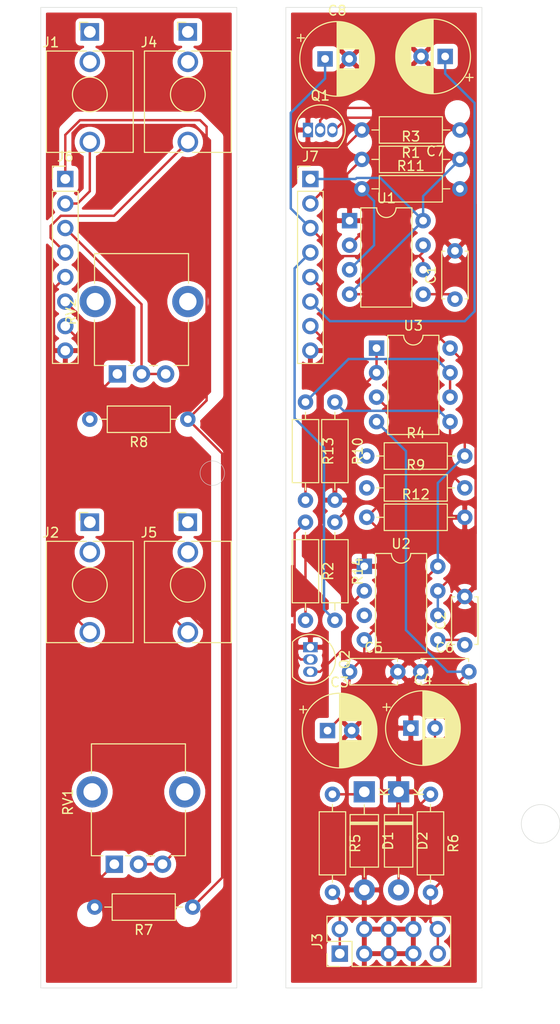
<source format=kicad_pcb>
(kicad_pcb (version 20171130) (host pcbnew 5.1.6-1.fc31)
  (layers (0 F.Cu signal) (31 B.Cu signal) (34 B.Paste user) (35 F.Paste user) (36 B.SilkS user) (37 F.SilkS user) (38 B.Mask user) (39 F.Mask user) (44 Edge.Cuts user))
  (net 0 "")
  (net 1 GND)
  (net 2 "Net-(C1-Pad1)")
  (net 3 "Net-(C2-Pad1)")
  (net 4 +12V)
  (net 5 -12V)
  (net 6 "Net-(D1-Pad1)")
  (net 7 "Net-(D2-Pad2)")
  (net 8 "Net-(J1-PadS)")
  (net 9 "Net-(J2-PadS)")
  (net 10 "Net-(J4-PadS)")
  (net 11 "Net-(J5-PadS)")
  (net 12 "Net-(Q1-Pad3)")
  (net 13 "Net-(Q1-Pad2)")
  (net 14 "Net-(Q2-Pad3)")
  (net 15 "Net-(Q2-Pad2)")
  (net 16 "Net-(R7-Pad2)")
  (net 17 "Net-(R8-Pad2)")
  (net 18 "Net-(R10-Pad1)")
  (net 19 "Net-(R9-Pad1)")
  (net 20 "Net-(R11-Pad2)")
  (net 21 "Net-(R11-Pad1)")
  (net 22 "Net-(R13-Pad1)")
  (net 23 "Net-(R14-Pad1)")
  (net 24 V2)
  (net 25 V1)
  (net 26 T1)
  (net 27 T2)
  (net 28 G1)
  (net 29 G2)
  (module Connector_PinHeader_2.54mm:PinHeader_2x05_P2.54mm_Vertical (layer F.Cu) (at 107.188 123.444 90)
    (fp_text reference J3 (at 1.27 -2.33 90) (layer F.SilkS))
    (fp_text value Conn_02x05_Odd_Even)
    (pad 10 thru_hole oval (at 2.54 10.16 90) (size 1.7 1.7) (drill 1) (layers *.Cu *.Mask) (net 5 -12V))
    (pad 9 thru_hole oval (at 0 10.16 90) (size 1.7 1.7) (drill 1) (layers *.Cu *.Mask) (net 5 -12V))
    (pad 8 thru_hole oval (at 2.54 7.62 90) (size 1.7 1.7) (drill 1) (layers *.Cu *.Mask) (net 1 GND))
    (pad 7 thru_hole oval (at 0 7.62 90) (size 1.7 1.7) (drill 1) (layers *.Cu *.Mask) (net 1 GND))
    (pad 6 thru_hole oval (at 2.54 5.08 90) (size 1.7 1.7) (drill 1) (layers *.Cu *.Mask) (net 1 GND))
    (pad 5 thru_hole oval (at 0 5.08 90) (size 1.7 1.7) (drill 1) (layers *.Cu *.Mask) (net 1 GND))
    (pad 4 thru_hole oval (at 2.54 2.54 90) (size 1.7 1.7) (drill 1) (layers *.Cu *.Mask) (net 1 GND))
    (pad 3 thru_hole oval (at 0 2.54 90) (size 1.7 1.7) (drill 1) (layers *.Cu *.Mask) (net 1 GND))
    (pad 2 thru_hole oval (at 2.54 0 90) (size 1.7 1.7) (drill 1) (layers *.Cu *.Mask) (net 4 +12V))
    (pad 1 thru_hole rect (at 0 0 90) (size 1.7 1.7) (drill 1) (layers *.Cu *.Mask) (net 4 +12V))
  )
  (module Connector_PinHeader_2.54mm:PinHeader_1x08_P2.54mm_Vertical (layer F.Cu) (at 104.14 43.18)
    (fp_text reference J7 (at 0 -2.33) (layer F.SilkS))
    (fp_text value Conn_01x08_Male)
    (pad 8 thru_hole oval (at 0 17.78) (size 1.7 1.7) (drill 1) (layers *.Cu *.Mask) (net 1 GND))
    (pad 7 thru_hole oval (at 0 15.24) (size 1.7 1.7) (drill 1) (layers *.Cu *.Mask) (net 29 G2))
    (pad 6 thru_hole oval (at 0 12.7) (size 1.7 1.7) (drill 1) (layers *.Cu *.Mask) (net 24 V2))
    (pad 5 thru_hole oval (at 0 10.16) (size 1.7 1.7) (drill 1) (layers *.Cu *.Mask) (net 27 T2))
    (pad 4 thru_hole oval (at 0 7.62) (size 1.7 1.7) (drill 1) (layers *.Cu *.Mask) (net 28 G1))
    (pad 3 thru_hole oval (at 0 5.08) (size 1.7 1.7) (drill 1) (layers *.Cu *.Mask) (net 25 V1))
    (pad 2 thru_hole oval (at 0 2.54) (size 1.7 1.7) (drill 1) (layers *.Cu *.Mask) (net 26 T1))
    (pad 1 thru_hole rect (at 0 0) (size 1.7 1.7) (drill 1) (layers *.Cu *.Mask) (net 4 +12V))
  )
  (module Connector_PinHeader_2.54mm:PinHeader_1x08_P2.54mm_Vertical (layer F.Cu) (at 78.74 43.18)
    (fp_text reference J6 (at 0 -2.33) (layer F.SilkS))
    (fp_text value Conn_01x08_Male)
    (pad 8 thru_hole oval (at 0 17.78) (size 1.7 1.7) (drill 1) (layers *.Cu *.Mask) (net 1 GND))
    (pad 7 thru_hole oval (at 0 15.24) (size 1.7 1.7) (drill 1) (layers *.Cu *.Mask) (net 29 G2))
    (pad 6 thru_hole oval (at 0 12.7) (size 1.7 1.7) (drill 1) (layers *.Cu *.Mask) (net 24 V2))
    (pad 5 thru_hole oval (at 0 10.16) (size 1.7 1.7) (drill 1) (layers *.Cu *.Mask) (net 27 T2))
    (pad 4 thru_hole oval (at 0 7.62) (size 1.7 1.7) (drill 1) (layers *.Cu *.Mask) (net 28 G1))
    (pad 3 thru_hole oval (at 0 5.08) (size 1.7 1.7) (drill 1) (layers *.Cu *.Mask) (net 25 V1))
    (pad 2 thru_hole oval (at 0 2.54) (size 1.7 1.7) (drill 1) (layers *.Cu *.Mask) (net 26 T1))
    (pad 1 thru_hole rect (at 0 0) (size 1.7 1.7) (drill 1) (layers *.Cu *.Mask) (net 4 +12V))
  )
  (module Package_DIP:DIP-8_W7.62mm (layer F.Cu) (at 110.998 60.706)
    (fp_text reference U3 (at 3.81 -2.33) (layer F.SilkS))
    (fp_text value TL072)
    (pad 8 thru_hole oval (at 7.62 0) (size 1.6 1.6) (drill 0.8) (layers *.Cu *.Mask) (net 4 +12V))
    (pad 4 thru_hole oval (at 0 7.62) (size 1.6 1.6) (drill 0.8) (layers *.Cu *.Mask) (net 5 -12V))
    (pad 7 thru_hole oval (at 7.62 2.54) (size 1.6 1.6) (drill 0.8) (layers *.Cu *.Mask) (net 22 "Net-(R13-Pad1)"))
    (pad 3 thru_hole oval (at 0 5.08) (size 1.6 1.6) (drill 0.8) (layers *.Cu *.Mask) (net 20 "Net-(R11-Pad2)"))
    (pad 6 thru_hole oval (at 7.62 5.08) (size 1.6 1.6) (drill 0.8) (layers *.Cu *.Mask) (net 22 "Net-(R13-Pad1)"))
    (pad 2 thru_hole oval (at 0 2.54) (size 1.6 1.6) (drill 0.8) (layers *.Cu *.Mask) (net 23 "Net-(R14-Pad1)"))
    (pad 5 thru_hole oval (at 7.62 7.62) (size 1.6 1.6) (drill 0.8) (layers *.Cu *.Mask) (net 18 "Net-(R10-Pad1)"))
    (pad 1 thru_hole rect (at 0 0) (size 1.6 1.6) (drill 0.8) (layers *.Cu *.Mask) (net 23 "Net-(R14-Pad1)"))
  )
  (module Package_DIP:DIP-8_W7.62mm (layer F.Cu) (at 109.728 83.312)
    (fp_text reference U2 (at 3.81 -2.33) (layer F.SilkS))
    (fp_text value NE555P)
    (pad 8 thru_hole oval (at 7.62 0) (size 1.6 1.6) (drill 0.8) (layers *.Cu *.Mask) (net 4 +12V))
    (pad 4 thru_hole oval (at 0 7.62) (size 1.6 1.6) (drill 0.8) (layers *.Cu *.Mask) (net 4 +12V))
    (pad 7 thru_hole oval (at 7.62 2.54) (size 1.6 1.6) (drill 0.8) (layers *.Cu *.Mask) (net 24 V2))
    (pad 3 thru_hole oval (at 0 5.08) (size 1.6 1.6) (drill 0.8) (layers *.Cu *.Mask) (net 19 "Net-(R9-Pad1)"))
    (pad 6 thru_hole oval (at 7.62 5.08) (size 1.6 1.6) (drill 0.8) (layers *.Cu *.Mask) (net 24 V2))
    (pad 2 thru_hole oval (at 0 2.54) (size 1.6 1.6) (drill 0.8) (layers *.Cu *.Mask) (net 14 "Net-(Q2-Pad3)"))
    (pad 5 thru_hole oval (at 7.62 7.62) (size 1.6 1.6) (drill 0.8) (layers *.Cu *.Mask) (net 3 "Net-(C2-Pad1)"))
    (pad 1 thru_hole rect (at 0 0) (size 1.6 1.6) (drill 0.8) (layers *.Cu *.Mask) (net 1 GND))
  )
  (module Package_DIP:DIP-8_W7.62mm (layer F.Cu) (at 108.204 47.498)
    (fp_text reference U1 (at 3.81 -2.33) (layer F.SilkS))
    (fp_text value NE555P)
    (pad 8 thru_hole oval (at 7.62 0) (size 1.6 1.6) (drill 0.8) (layers *.Cu *.Mask) (net 4 +12V))
    (pad 4 thru_hole oval (at 0 7.62) (size 1.6 1.6) (drill 0.8) (layers *.Cu *.Mask) (net 4 +12V))
    (pad 7 thru_hole oval (at 7.62 2.54) (size 1.6 1.6) (drill 0.8) (layers *.Cu *.Mask) (net 25 V1))
    (pad 3 thru_hole oval (at 0 5.08) (size 1.6 1.6) (drill 0.8) (layers *.Cu *.Mask) (net 21 "Net-(R11-Pad1)"))
    (pad 6 thru_hole oval (at 7.62 5.08) (size 1.6 1.6) (drill 0.8) (layers *.Cu *.Mask) (net 25 V1))
    (pad 2 thru_hole oval (at 0 2.54) (size 1.6 1.6) (drill 0.8) (layers *.Cu *.Mask) (net 12 "Net-(Q1-Pad3)"))
    (pad 5 thru_hole oval (at 7.62 7.62) (size 1.6 1.6) (drill 0.8) (layers *.Cu *.Mask) (net 2 "Net-(C1-Pad1)"))
    (pad 1 thru_hole rect (at 0 0) (size 1.6 1.6) (drill 0.8) (layers *.Cu *.Mask) (net 1 GND))
  )
  (module Potentiometer_THT:Potentiometer_Alpha_RD901F-40-00D_Single_Vertical_CircularHoles (layer F.Cu) (at 84.14 63.38 90)
    (fp_text reference RV2 (at 6.45 -4.8 270) (layer F.SilkS))
    (fp_text value 1M)
    (pad "" thru_hole circle (at 7.5 -2.3 180) (size 3.24 3.24) (drill 1.8) (layers *.Cu *.Mask))
    (pad "" thru_hole circle (at 7.5 7.3 180) (size 3.24 3.24) (drill 1.8) (layers *.Cu *.Mask))
    (pad 3 thru_hole circle (at 0 5 180) (size 1.8 1.8) (drill 1) (layers *.Cu *.Mask) (net 25 V1))
    (pad 2 thru_hole circle (at 0 2.5 180) (size 1.8 1.8) (drill 1) (layers *.Cu *.Mask) (net 25 V1))
    (pad 1 thru_hole rect (at 0 0 180) (size 1.8 1.8) (drill 1) (layers *.Cu *.Mask) (net 17 "Net-(R8-Pad2)"))
  )
  (module Potentiometer_THT:Potentiometer_Alpha_RD901F-40-00D_Single_Vertical_CircularHoles (layer F.Cu) (at 83.82 114.18 90)
    (fp_text reference RV1 (at 6.45 -4.8 270) (layer F.SilkS))
    (fp_text value 1M)
    (pad "" thru_hole circle (at 7.5 -2.3 180) (size 3.24 3.24) (drill 1.8) (layers *.Cu *.Mask))
    (pad "" thru_hole circle (at 7.5 7.3 180) (size 3.24 3.24) (drill 1.8) (layers *.Cu *.Mask))
    (pad 3 thru_hole circle (at 0 5 180) (size 1.8 1.8) (drill 1) (layers *.Cu *.Mask) (net 24 V2))
    (pad 2 thru_hole circle (at 0 2.5 180) (size 1.8 1.8) (drill 1) (layers *.Cu *.Mask) (net 24 V2))
    (pad 1 thru_hole rect (at 0 0 180) (size 1.8 1.8) (drill 1) (layers *.Cu *.Mask) (net 16 "Net-(R7-Pad2)"))
  )
  (module Resistor_THT:R_Axial_DIN0207_L6.3mm_D2.5mm_P10.16mm_Horizontal (layer F.Cu) (at 106.68 78.74 270)
    (fp_text reference R14 (at 5.08 -2.37 90) (layer F.SilkS))
    (fp_text value 2K2)
    (pad 2 thru_hole oval (at 10.16 0 270) (size 1.6 1.6) (drill 0.8) (layers *.Cu *.Mask) (net 28 G1))
    (pad 1 thru_hole circle (at 0 0 270) (size 1.6 1.6) (drill 0.8) (layers *.Cu *.Mask) (net 23 "Net-(R14-Pad1)"))
  )
  (module Resistor_THT:R_Axial_DIN0207_L6.3mm_D2.5mm_P10.16mm_Horizontal (layer F.Cu) (at 103.632 66.294 270)
    (fp_text reference R13 (at 5.08 -2.37 90) (layer F.SilkS))
    (fp_text value 2K2)
    (pad 2 thru_hole oval (at 10.16 0 270) (size 1.6 1.6) (drill 0.8) (layers *.Cu *.Mask) (net 29 G2))
    (pad 1 thru_hole circle (at 0 0 270) (size 1.6 1.6) (drill 0.8) (layers *.Cu *.Mask) (net 22 "Net-(R13-Pad1)"))
  )
  (module Resistor_THT:R_Axial_DIN0207_L6.3mm_D2.5mm_P10.16mm_Horizontal (layer F.Cu) (at 109.982 78.232)
    (fp_text reference R12 (at 5.08 -2.37) (layer F.SilkS))
    (fp_text value 100K)
    (pad 2 thru_hole oval (at 10.16 0) (size 1.6 1.6) (drill 0.8) (layers *.Cu *.Mask) (net 1 GND))
    (pad 1 thru_hole circle (at 0 0) (size 1.6 1.6) (drill 0.8) (layers *.Cu *.Mask) (net 20 "Net-(R11-Pad2)"))
  )
  (module Resistor_THT:R_Axial_DIN0207_L6.3mm_D2.5mm_P10.16mm_Horizontal (layer F.Cu) (at 109.474 44.196)
    (fp_text reference R11 (at 5.08 -2.37) (layer F.SilkS))
    (fp_text value 100K)
    (pad 2 thru_hole oval (at 10.16 0) (size 1.6 1.6) (drill 0.8) (layers *.Cu *.Mask) (net 20 "Net-(R11-Pad2)"))
    (pad 1 thru_hole circle (at 0 0) (size 1.6 1.6) (drill 0.8) (layers *.Cu *.Mask) (net 21 "Net-(R11-Pad1)"))
  )
  (module Resistor_THT:R_Axial_DIN0207_L6.3mm_D2.5mm_P10.16mm_Horizontal (layer F.Cu) (at 106.68 66.294 270)
    (fp_text reference R10 (at 5.08 -2.37 90) (layer F.SilkS))
    (fp_text value 100K)
    (pad 2 thru_hole oval (at 10.16 0 270) (size 1.6 1.6) (drill 0.8) (layers *.Cu *.Mask) (net 1 GND))
    (pad 1 thru_hole circle (at 0 0 270) (size 1.6 1.6) (drill 0.8) (layers *.Cu *.Mask) (net 18 "Net-(R10-Pad1)"))
  )
  (module Resistor_THT:R_Axial_DIN0207_L6.3mm_D2.5mm_P10.16mm_Horizontal (layer F.Cu) (at 109.982 75.184)
    (fp_text reference R9 (at 5.08 -2.37) (layer F.SilkS))
    (fp_text value 100K)
    (pad 2 thru_hole oval (at 10.16 0) (size 1.6 1.6) (drill 0.8) (layers *.Cu *.Mask) (net 18 "Net-(R10-Pad1)"))
    (pad 1 thru_hole circle (at 0 0) (size 1.6 1.6) (drill 0.8) (layers *.Cu *.Mask) (net 19 "Net-(R9-Pad1)"))
  )
  (module Resistor_THT:R_Axial_DIN0207_L6.3mm_D2.5mm_P10.16mm_Horizontal (layer F.Cu) (at 91.44 68.072 180)
    (fp_text reference R8 (at 5.08 -2.37) (layer F.SilkS))
    (fp_text value 2K2)
    (pad 2 thru_hole oval (at 10.16 0 180) (size 1.6 1.6) (drill 0.8) (layers *.Cu *.Mask) (net 17 "Net-(R8-Pad2)"))
    (pad 1 thru_hole circle (at 0 0 180) (size 1.6 1.6) (drill 0.8) (layers *.Cu *.Mask) (net 4 +12V))
  )
  (module Resistor_THT:R_Axial_DIN0207_L6.3mm_D2.5mm_P10.16mm_Horizontal (layer F.Cu) (at 91.948 118.618 180)
    (fp_text reference R7 (at 5.08 -2.37) (layer F.SilkS))
    (fp_text value 2K2)
    (pad 2 thru_hole oval (at 10.16 0 180) (size 1.6 1.6) (drill 0.8) (layers *.Cu *.Mask) (net 16 "Net-(R7-Pad2)"))
    (pad 1 thru_hole circle (at 0 0 180) (size 1.6 1.6) (drill 0.8) (layers *.Cu *.Mask) (net 4 +12V))
  )
  (module Resistor_THT:R_Axial_DIN0207_L6.3mm_D2.5mm_P10.16mm_Horizontal (layer F.Cu) (at 116.586 106.934 270)
    (fp_text reference R6 (at 5.08 -2.37 90) (layer F.SilkS))
    (fp_text value 68)
    (pad 2 thru_hole oval (at 10.16 0 270) (size 1.6 1.6) (drill 0.8) (layers *.Cu *.Mask) (net 5 -12V))
    (pad 1 thru_hole circle (at 0 0 270) (size 1.6 1.6) (drill 0.8) (layers *.Cu *.Mask) (net 7 "Net-(D2-Pad2)"))
  )
  (module Resistor_THT:R_Axial_DIN0207_L6.3mm_D2.5mm_P10.16mm_Horizontal (layer F.Cu) (at 106.426 106.934 270)
    (fp_text reference R5 (at 5.08 -2.37 90) (layer F.SilkS))
    (fp_text value 68)
    (pad 2 thru_hole oval (at 10.16 0 270) (size 1.6 1.6) (drill 0.8) (layers *.Cu *.Mask) (net 4 +12V))
    (pad 1 thru_hole circle (at 0 0 270) (size 1.6 1.6) (drill 0.8) (layers *.Cu *.Mask) (net 6 "Net-(D1-Pad1)"))
  )
  (module Resistor_THT:R_Axial_DIN0207_L6.3mm_D2.5mm_P10.16mm_Horizontal (layer F.Cu) (at 109.982 71.882)
    (fp_text reference R4 (at 5.08 -2.37) (layer F.SilkS))
    (fp_text value 100K)
    (pad 2 thru_hole oval (at 10.16 0) (size 1.6 1.6) (drill 0.8) (layers *.Cu *.Mask) (net 4 +12V))
    (pad 1 thru_hole circle (at 0 0) (size 1.6 1.6) (drill 0.8) (layers *.Cu *.Mask) (net 14 "Net-(Q2-Pad3)"))
  )
  (module Resistor_THT:R_Axial_DIN0207_L6.3mm_D2.5mm_P10.16mm_Horizontal (layer F.Cu) (at 109.474 41.148)
    (fp_text reference R3 (at 5.08 -2.37) (layer F.SilkS))
    (fp_text value 100K)
    (pad 2 thru_hole oval (at 10.16 0) (size 1.6 1.6) (drill 0.8) (layers *.Cu *.Mask) (net 4 +12V))
    (pad 1 thru_hole circle (at 0 0) (size 1.6 1.6) (drill 0.8) (layers *.Cu *.Mask) (net 12 "Net-(Q1-Pad3)"))
  )
  (module Resistor_THT:R_Axial_DIN0207_L6.3mm_D2.5mm_P10.16mm_Horizontal (layer F.Cu) (at 103.632 78.74 270)
    (fp_text reference R2 (at 5.08 -2.37 90) (layer F.SilkS))
    (fp_text value 10K)
    (pad 2 thru_hole oval (at 10.16 0 270) (size 1.6 1.6) (drill 0.8) (layers *.Cu *.Mask) (net 27 T2))
    (pad 1 thru_hole circle (at 0 0 270) (size 1.6 1.6) (drill 0.8) (layers *.Cu *.Mask) (net 15 "Net-(Q2-Pad2)"))
  )
  (module Resistor_THT:R_Axial_DIN0207_L6.3mm_D2.5mm_P10.16mm_Horizontal (layer F.Cu) (at 119.634 38.1 180)
    (fp_text reference R1 (at 5.08 -2.37) (layer F.SilkS))
    (fp_text value 10K)
    (pad 2 thru_hole oval (at 10.16 0 180) (size 1.6 1.6) (drill 0.8) (layers *.Cu *.Mask) (net 26 T1))
    (pad 1 thru_hole circle (at 0 0 180) (size 1.6 1.6) (drill 0.8) (layers *.Cu *.Mask) (net 13 "Net-(Q1-Pad2)"))
  )
  (module Package_TO_SOT_THT:TO-92_Inline (layer F.Cu) (at 104.14 91.694 270)
    (fp_text reference Q2 (at 1.27 -3.56 90) (layer F.SilkS))
    (fp_text value 2N3904)
    (pad 1 thru_hole rect (at 0 0 270) (size 1.05 1.5) (drill 0.75) (layers *.Cu *.Mask) (net 1 GND))
    (pad 3 thru_hole oval (at 2.54 0 270) (size 1.05 1.5) (drill 0.75) (layers *.Cu *.Mask) (net 14 "Net-(Q2-Pad3)"))
    (pad 2 thru_hole oval (at 1.27 0 270) (size 1.05 1.5) (drill 0.75) (layers *.Cu *.Mask) (net 15 "Net-(Q2-Pad2)"))
  )
  (module Package_TO_SOT_THT:TO-92_Inline (layer F.Cu) (at 103.886 38.1)
    (fp_text reference Q1 (at 1.27 -3.56) (layer F.SilkS))
    (fp_text value 2N3904)
    (pad 1 thru_hole rect (at 0 0) (size 1.05 1.5) (drill 0.75) (layers *.Cu *.Mask) (net 1 GND))
    (pad 3 thru_hole oval (at 2.54 0) (size 1.05 1.5) (drill 0.75) (layers *.Cu *.Mask) (net 12 "Net-(Q1-Pad3)"))
    (pad 2 thru_hole oval (at 1.27 0) (size 1.05 1.5) (drill 0.75) (layers *.Cu *.Mask) (net 13 "Net-(Q1-Pad2)"))
  )
  (module Connector_Audio:Jack_3.5mm_QingPu_WQP-PJ398SM_Vertical_CircularHoles (layer F.Cu) (at 91.44 78.74)
    (fp_text reference J5 (at -4.03 1.08 180) (layer F.SilkS))
    (fp_text value AudioJack2_Ground)
    (pad T thru_hole circle (at 0 11.4 180) (size 2.13 2.13) (drill 1.43) (layers *.Cu *.Mask) (net 29 G2))
    (pad S thru_hole rect (at 0 0 180) (size 1.93 1.83) (drill 1.22) (layers *.Cu *.Mask) (net 11 "Net-(J5-PadS)"))
    (pad TN thru_hole circle (at 0 3.1 180) (size 2.13 2.13) (drill 1.42) (layers *.Cu *.Mask))
  )
  (module Connector_Audio:Jack_3.5mm_QingPu_WQP-PJ398SM_Vertical_CircularHoles (layer F.Cu) (at 91.44 27.94)
    (fp_text reference J4 (at -4.03 1.08 180) (layer F.SilkS))
    (fp_text value AudioJack2_Ground)
    (pad T thru_hole circle (at 0 11.4 180) (size 2.13 2.13) (drill 1.43) (layers *.Cu *.Mask) (net 28 G1))
    (pad S thru_hole rect (at 0 0 180) (size 1.93 1.83) (drill 1.22) (layers *.Cu *.Mask) (net 10 "Net-(J4-PadS)"))
    (pad TN thru_hole circle (at 0 3.1 180) (size 2.13 2.13) (drill 1.42) (layers *.Cu *.Mask))
  )
  (module Connector_Audio:Jack_3.5mm_QingPu_WQP-PJ398SM_Vertical_CircularHoles (layer F.Cu) (at 81.28 78.74)
    (fp_text reference J2 (at -4.03 1.08 180) (layer F.SilkS))
    (fp_text value AudioJack2_Ground)
    (pad T thru_hole circle (at 0 11.4 180) (size 2.13 2.13) (drill 1.43) (layers *.Cu *.Mask) (net 27 T2))
    (pad S thru_hole rect (at 0 0 180) (size 1.93 1.83) (drill 1.22) (layers *.Cu *.Mask) (net 9 "Net-(J2-PadS)"))
    (pad TN thru_hole circle (at 0 3.1 180) (size 2.13 2.13) (drill 1.42) (layers *.Cu *.Mask))
  )
  (module Connector_Audio:Jack_3.5mm_QingPu_WQP-PJ398SM_Vertical_CircularHoles (layer F.Cu) (at 81.28 27.94)
    (fp_text reference J1 (at -4.03 1.08 180) (layer F.SilkS))
    (fp_text value AudioJack2_Ground)
    (pad T thru_hole circle (at 0 11.4 180) (size 2.13 2.13) (drill 1.43) (layers *.Cu *.Mask) (net 26 T1))
    (pad S thru_hole rect (at 0 0 180) (size 1.93 1.83) (drill 1.22) (layers *.Cu *.Mask) (net 8 "Net-(J1-PadS)"))
    (pad TN thru_hole circle (at 0 3.1 180) (size 2.13 2.13) (drill 1.42) (layers *.Cu *.Mask))
  )
  (module Diode_THT:D_DO-41_SOD81_P10.16mm_Horizontal (layer F.Cu) (at 113.284 106.68 270)
    (fp_text reference D2 (at 5.08 -2.47 90) (layer F.SilkS))
    (fp_text value 1N4001)
    (fp_text user K (at 0 -2.1 90) (layer F.SilkS))
    (pad 2 thru_hole oval (at 10.16 0 270) (size 2.2 2.2) (drill 1.1) (layers *.Cu *.Mask) (net 7 "Net-(D2-Pad2)"))
    (pad 1 thru_hole rect (at 0 0 270) (size 2.2 2.2) (drill 1.1) (layers *.Cu *.Mask) (net 1 GND))
  )
  (module Diode_THT:D_DO-41_SOD81_P10.16mm_Horizontal (layer F.Cu) (at 109.728 106.68 270)
    (fp_text reference D1 (at 5.08 -2.47 90) (layer F.SilkS))
    (fp_text value 1N4001)
    (fp_text user K (at 0 -2.1 90) (layer F.SilkS))
    (pad 2 thru_hole oval (at 10.16 0 270) (size 2.2 2.2) (drill 1.1) (layers *.Cu *.Mask) (net 1 GND))
    (pad 1 thru_hole rect (at 0 0 270) (size 2.2 2.2) (drill 1.1) (layers *.Cu *.Mask) (net 6 "Net-(D1-Pad1)"))
  )
  (module Capacitor_THT:CP_Radial_D7.5mm_P2.50mm (layer F.Cu) (at 105.664 30.734)
    (fp_text reference C8 (at 1.25 -5) (layer F.SilkS))
    (fp_text value 100u)
    (pad 2 thru_hole circle (at 2.5 0) (size 1.6 1.6) (drill 0.8) (layers *.Cu *.Mask) (net 1 GND))
    (pad 1 thru_hole rect (at 0 0) (size 1.6 1.6) (drill 0.8) (layers *.Cu *.Mask) (net 25 V1))
  )
  (module Capacitor_THT:CP_Radial_D7.5mm_P2.50mm (layer F.Cu) (at 118.11 30.48 180)
    (fp_text reference C7 (at 0.996 -9.826) (layer F.SilkS))
    (fp_text value 100u)
    (pad 2 thru_hole circle (at 2.5 0 180) (size 1.6 1.6) (drill 0.8) (layers *.Cu *.Mask) (net 1 GND))
    (pad 1 thru_hole rect (at 0 0 180) (size 1.6 1.6) (drill 0.8) (layers *.Cu *.Mask) (net 24 V2))
  )
  (module Capacitor_THT:C_Disc_D4.7mm_W2.5mm_P5.00mm (layer F.Cu) (at 115.57 94.234)
    (fp_text reference C6 (at 2.5 -2.5) (layer F.SilkS))
    (fp_text value 100n)
    (pad 2 thru_hole circle (at 5 0) (size 1.6 1.6) (drill 0.8) (layers *.Cu *.Mask) (net 5 -12V))
    (pad 1 thru_hole circle (at 0 0) (size 1.6 1.6) (drill 0.8) (layers *.Cu *.Mask) (net 1 GND))
  )
  (module Capacitor_THT:C_Disc_D4.7mm_W2.5mm_P5.00mm (layer F.Cu) (at 108.204 94.234)
    (fp_text reference C5 (at 2.5 -2.5) (layer F.SilkS))
    (fp_text value 100n)
    (pad 2 thru_hole circle (at 5 0) (size 1.6 1.6) (drill 0.8) (layers *.Cu *.Mask) (net 1 GND))
    (pad 1 thru_hole circle (at 0 0) (size 1.6 1.6) (drill 0.8) (layers *.Cu *.Mask) (net 4 +12V))
  )
  (module Capacitor_THT:CP_Radial_D7.5mm_P2.50mm (layer F.Cu) (at 114.554 100.076)
    (fp_text reference C4 (at 1.25 -5) (layer F.SilkS))
    (fp_text value 100u)
    (pad 2 thru_hole circle (at 2.5 0) (size 1.6 1.6) (drill 0.8) (layers *.Cu *.Mask) (net 5 -12V))
    (pad 1 thru_hole rect (at 0 0) (size 1.6 1.6) (drill 0.8) (layers *.Cu *.Mask) (net 1 GND))
  )
  (module Capacitor_THT:CP_Radial_D7.5mm_P2.50mm (layer F.Cu) (at 105.918 100.33)
    (fp_text reference C3 (at 1.25 -5) (layer F.SilkS))
    (fp_text value 100u)
    (pad 2 thru_hole circle (at 2.5 0) (size 1.6 1.6) (drill 0.8) (layers *.Cu *.Mask) (net 1 GND))
    (pad 1 thru_hole rect (at 0 0) (size 1.6 1.6) (drill 0.8) (layers *.Cu *.Mask) (net 4 +12V))
  )
  (module Capacitor_THT:C_Disc_D4.7mm_W2.5mm_P5.00mm (layer F.Cu) (at 120.142 91.44 90)
    (fp_text reference C2 (at 2.5 -2.5 90) (layer F.SilkS))
    (fp_text value 100n)
    (pad 2 thru_hole circle (at 5 0 90) (size 1.6 1.6) (drill 0.8) (layers *.Cu *.Mask) (net 1 GND))
    (pad 1 thru_hole circle (at 0 0 90) (size 1.6 1.6) (drill 0.8) (layers *.Cu *.Mask) (net 3 "Net-(C2-Pad1)"))
  )
  (module Capacitor_THT:C_Disc_D4.7mm_W2.5mm_P5.00mm (layer F.Cu) (at 119.126 55.626 90)
    (fp_text reference C1 (at 2.5 -2.5 90) (layer F.SilkS))
    (fp_text value 100n)
    (pad 2 thru_hole circle (at 5 0 90) (size 1.6 1.6) (drill 0.8) (layers *.Cu *.Mask) (net 1 GND))
    (pad 1 thru_hole circle (at 0 0 90) (size 1.6 1.6) (drill 0.8) (layers *.Cu *.Mask) (net 2 "Net-(C1-Pad1)"))
  )
  (gr_circle (center 128 110) (end 128 108) (layer Edge.Cuts) (width 0.05))
  (gr_line (start 121.92 127) (end 121.92 25.4) (layer Edge.Cuts) (width 0.05))
  (gr_line (start 101.6 127) (end 121.92 127) (layer Edge.Cuts) (width 0.05))
  (gr_line (start 101.6 101.6) (end 101.6 127) (layer Edge.Cuts) (width 0.05))
  (gr_circle (center 93.98 73.66) (end 93.98 72.39) (layer Edge.Cuts) (width 0.05))
  (gr_line (start 121.92 25.4) (end 101.6 25.4) (layer Edge.Cuts) (width 0.05))
  (gr_line (start 101.6 25.4) (end 101.6 101.6) (layer Edge.Cuts) (width 0.05))
  (gr_line (start 96.52 25.4) (end 76.2 25.4) (layer Edge.Cuts) (width 0.05))
  (gr_line (start 96.52 127) (end 96.52 25.4) (layer Edge.Cuts) (width 0.05))
  (gr_line (start 76.2 127) (end 96.52 127) (layer Edge.Cuts) (width 0.05))
  (gr_line (start 76.2 25.4) (end 76.2 127) (layer Edge.Cuts) (width 0.05))
  (segment (start 118.618 55.118) (end 119.126 55.626) (width 0.25) (layer F.Cu) (net 2))
  (segment (start 115.824 55.118) (end 118.618 55.118) (width 0.25) (layer F.Cu) (net 2))
  (segment (start 119.634 90.932) (end 120.142 91.44) (width 0.25) (layer F.Cu) (net 3))
  (segment (start 117.348 90.932) (end 119.634 90.932) (width 0.25) (layer F.Cu) (net 3))
  (segment (start 78.74 43.18) (end 78.74 38.608) (width 0.25) (layer F.Cu) (net 4))
  (segment (start 78.74 38.608) (end 80.264 37.084) (width 0.25) (layer F.Cu) (net 4))
  (segment (start 80.264 37.084) (end 92.71 37.084) (width 0.25) (layer F.Cu) (net 4))
  (segment (start 93.385001 37.759001) (end 93.385001 66.126999) (width 0.25) (layer F.Cu) (net 4))
  (segment (start 93.385001 66.126999) (end 91.44 68.072) (width 0.25) (layer F.Cu) (net 4))
  (segment (start 92.71 37.084) (end 93.385001 37.759001) (width 0.25) (layer F.Cu) (net 4))
  (segment (start 94.996 71.628) (end 91.44 68.072) (width 0.25) (layer F.Cu) (net 4))
  (segment (start 91.948 118.618) (end 94.996 115.57) (width 0.25) (layer F.Cu) (net 4))
  (segment (start 94.996 115.57) (end 94.996 71.628) (width 0.25) (layer F.Cu) (net 4))
  (segment (start 108.204 55.118) (end 115.824 47.498) (width 0.25) (layer B.Cu) (net 4))
  (segment (start 115.824 44.958) (end 119.634 41.148) (width 0.25) (layer B.Cu) (net 4))
  (segment (start 115.824 47.498) (end 115.824 44.958) (width 0.25) (layer B.Cu) (net 4))
  (segment (start 111.396999 43.070999) (end 115.824 47.498) (width 0.25) (layer B.Cu) (net 4))
  (segment (start 108.933999 43.070999) (end 111.396999 43.070999) (width 0.25) (layer B.Cu) (net 4))
  (segment (start 108.824998 43.18) (end 108.933999 43.070999) (width 0.25) (layer B.Cu) (net 4))
  (segment (start 104.14 43.18) (end 108.824998 43.18) (width 0.25) (layer B.Cu) (net 4))
  (segment (start 107.188 123.444) (end 107.188 120.904) (width 0.25) (layer F.Cu) (net 4))
  (segment (start 107.188 117.856) (end 106.426 117.094) (width 0.25) (layer F.Cu) (net 4))
  (segment (start 107.188 120.904) (end 107.188 117.856) (width 0.25) (layer F.Cu) (net 4))
  (segment (start 109.728 90.932) (end 117.348 83.312) (width 0.25) (layer F.Cu) (net 4))
  (segment (start 109.728 92.71) (end 108.204 94.234) (width 0.25) (layer F.Cu) (net 4))
  (segment (start 109.728 90.932) (end 109.728 92.71) (width 0.25) (layer F.Cu) (net 4))
  (segment (start 108.204 98.044) (end 105.918 100.33) (width 0.25) (layer F.Cu) (net 4))
  (segment (start 108.204 94.234) (end 108.204 98.044) (width 0.25) (layer F.Cu) (net 4))
  (segment (start 113.03 55.118) (end 118.618 60.706) (width 0.25) (layer F.Cu) (net 4))
  (segment (start 108.204 55.118) (end 113.03 55.118) (width 0.25) (layer F.Cu) (net 4))
  (segment (start 120.142 62.23) (end 120.142 71.882) (width 0.25) (layer F.Cu) (net 4))
  (segment (start 118.618 60.706) (end 120.142 62.23) (width 0.25) (layer F.Cu) (net 4))
  (segment (start 117.348 74.676) (end 120.142 71.882) (width 0.25) (layer B.Cu) (net 4))
  (segment (start 117.348 83.312) (end 117.348 74.676) (width 0.25) (layer B.Cu) (net 4))
  (segment (start 116.586 120.142) (end 117.348 120.904) (width 0.25) (layer F.Cu) (net 5))
  (segment (start 116.586 117.094) (end 116.586 120.142) (width 0.25) (layer F.Cu) (net 5))
  (segment (start 117.348 120.904) (end 117.348 123.444) (width 0.25) (layer F.Cu) (net 5))
  (segment (start 118.618 115.062) (end 116.586 117.094) (width 0.25) (layer F.Cu) (net 5))
  (segment (start 118.618 104.902) (end 118.618 115.062) (width 0.25) (layer F.Cu) (net 5))
  (segment (start 117.054 100.076) (end 117.054 103.338) (width 0.25) (layer F.Cu) (net 5))
  (segment (start 117.054 103.338) (end 118.618 104.902) (width 0.25) (layer F.Cu) (net 5))
  (segment (start 117.054 97.75) (end 120.57 94.234) (width 0.25) (layer F.Cu) (net 5))
  (segment (start 117.054 100.076) (end 117.054 97.75) (width 0.25) (layer F.Cu) (net 5))
  (segment (start 110.998 68.326) (end 114.046 71.374) (width 0.25) (layer B.Cu) (net 5))
  (segment (start 114.046 71.374) (end 114.046 89.916) (width 0.25) (layer B.Cu) (net 5))
  (segment (start 118.364 94.234) (end 120.57 94.234) (width 0.25) (layer B.Cu) (net 5))
  (segment (start 114.046 89.916) (end 118.364 94.234) (width 0.25) (layer B.Cu) (net 5))
  (segment (start 109.474 106.934) (end 109.728 106.68) (width 0.25) (layer F.Cu) (net 6))
  (segment (start 106.426 106.934) (end 109.474 106.934) (width 0.25) (layer F.Cu) (net 6))
  (segment (start 113.284 110.236) (end 116.586 106.934) (width 0.25) (layer F.Cu) (net 7))
  (segment (start 113.284 116.84) (end 113.284 110.236) (width 0.25) (layer F.Cu) (net 7))
  (segment (start 106.68 38.1) (end 107.95 36.83) (width 0.25) (layer F.Cu) (net 12))
  (segment (start 107.95 36.83) (end 111.506 36.83) (width 0.25) (layer F.Cu) (net 12))
  (segment (start 112.014 38.608) (end 109.474 41.148) (width 0.25) (layer F.Cu) (net 12))
  (segment (start 106.426 38.1) (end 106.68 38.1) (width 0.25) (layer F.Cu) (net 12))
  (segment (start 111.506 36.83) (end 112.014 37.338) (width 0.25) (layer F.Cu) (net 12))
  (segment (start 112.014 37.338) (end 112.014 38.608) (width 0.25) (layer F.Cu) (net 12))
  (segment (start 109.474 41.148) (end 107.95 42.672) (width 0.25) (layer F.Cu) (net 12))
  (segment (start 107.95 42.672) (end 107.95 44.704) (width 0.25) (layer F.Cu) (net 12))
  (segment (start 107.95 44.704) (end 109.982 46.736) (width 0.25) (layer F.Cu) (net 12))
  (segment (start 109.982 48.26) (end 108.204 50.038) (width 0.25) (layer F.Cu) (net 12))
  (segment (start 109.982 46.736) (end 109.982 48.26) (width 0.25) (layer F.Cu) (net 12))
  (segment (start 105.156 37.1) (end 105.156 38.1) (width 0.25) (layer F.Cu) (net 13))
  (segment (start 106.442 35.814) (end 105.156 37.1) (width 0.25) (layer F.Cu) (net 13))
  (segment (start 112.014 35.814) (end 106.442 35.814) (width 0.25) (layer F.Cu) (net 13))
  (segment (start 114.3 38.1) (end 112.014 35.814) (width 0.25) (layer F.Cu) (net 13))
  (segment (start 119.634 38.1) (end 114.3 38.1) (width 0.25) (layer F.Cu) (net 13))
  (segment (start 104.14 94.234) (end 105.156 94.234) (width 0.25) (layer F.Cu) (net 14))
  (segment (start 105.156 94.234) (end 107.95 91.44) (width 0.25) (layer F.Cu) (net 14))
  (segment (start 107.95 87.63) (end 109.728 85.852) (width 0.25) (layer F.Cu) (net 14))
  (segment (start 107.95 91.44) (end 107.95 87.63) (width 0.25) (layer F.Cu) (net 14))
  (segment (start 102.506999 79.865001) (end 103.632 78.74) (width 0.25) (layer F.Cu) (net 15))
  (segment (start 102.506999 92.330999) (end 102.506999 79.865001) (width 0.25) (layer F.Cu) (net 15))
  (segment (start 103.14 92.964) (end 102.506999 92.330999) (width 0.25) (layer F.Cu) (net 15))
  (segment (start 104.14 92.964) (end 103.14 92.964) (width 0.25) (layer F.Cu) (net 15))
  (segment (start 81.788 116.212) (end 83.82 114.18) (width 0.25) (layer F.Cu) (net 16))
  (segment (start 81.788 118.618) (end 81.788 116.212) (width 0.25) (layer F.Cu) (net 16))
  (segment (start 81.28 66.24) (end 84.14 63.38) (width 0.25) (layer F.Cu) (net 17))
  (segment (start 81.28 68.072) (end 81.28 66.24) (width 0.25) (layer F.Cu) (net 17))
  (segment (start 118.618 73.66) (end 120.142 75.184) (width 0.25) (layer F.Cu) (net 18))
  (segment (start 118.618 68.326) (end 118.618 73.66) (width 0.25) (layer F.Cu) (net 18))
  (segment (start 107.586999 67.200999) (end 117.492999 67.200999) (width 0.25) (layer B.Cu) (net 18))
  (segment (start 117.492999 67.200999) (end 118.618 68.326) (width 0.25) (layer B.Cu) (net 18))
  (segment (start 106.68 66.294) (end 107.586999 67.200999) (width 0.25) (layer B.Cu) (net 18))
  (segment (start 121.267001 45.829001) (end 121.267001 79.900999) (width 0.25) (layer F.Cu) (net 20))
  (segment (start 119.634 44.196) (end 121.267001 45.829001) (width 0.25) (layer F.Cu) (net 20))
  (segment (start 121.267001 79.900999) (end 120.396 80.772) (width 0.25) (layer F.Cu) (net 20))
  (segment (start 112.522 80.772) (end 109.982 78.232) (width 0.25) (layer F.Cu) (net 20))
  (segment (start 120.396 80.772) (end 112.522 80.772) (width 0.25) (layer F.Cu) (net 20))
  (segment (start 109.982 78.232) (end 113.792 74.422) (width 0.25) (layer F.Cu) (net 20))
  (segment (start 113.792 68.58) (end 110.998 65.786) (width 0.25) (layer F.Cu) (net 20))
  (segment (start 113.792 74.422) (end 113.792 68.58) (width 0.25) (layer F.Cu) (net 20))
  (segment (start 109.474 44.196) (end 110.744 45.466) (width 0.25) (layer B.Cu) (net 21))
  (segment (start 110.744 50.038) (end 108.204 52.578) (width 0.25) (layer B.Cu) (net 21))
  (segment (start 110.744 45.466) (end 110.744 50.038) (width 0.25) (layer B.Cu) (net 21))
  (segment (start 118.618 65.786) (end 118.618 63.246) (width 0.25) (layer F.Cu) (net 22))
  (segment (start 108.094999 61.831001) (end 117.203001 61.831001) (width 0.25) (layer B.Cu) (net 22))
  (segment (start 117.203001 61.831001) (end 118.618 63.246) (width 0.25) (layer B.Cu) (net 22))
  (segment (start 103.632 66.294) (end 108.094999 61.831001) (width 0.25) (layer B.Cu) (net 22))
  (segment (start 110.998 63.246) (end 110.998 60.706) (width 0.25) (layer F.Cu) (net 23))
  (segment (start 110.998 63.246) (end 108.712 65.532) (width 0.25) (layer F.Cu) (net 23))
  (segment (start 108.712 76.708) (end 106.68 78.74) (width 0.25) (layer F.Cu) (net 23))
  (segment (start 108.712 65.532) (end 108.712 76.708) (width 0.25) (layer F.Cu) (net 23))
  (segment (start 86.32 114.18) (end 88.82 114.18) (width 0.25) (layer F.Cu) (net 24))
  (segment (start 78.74 55.88) (end 82.042 59.182) (width 0.25) (layer F.Cu) (net 24))
  (segment (start 82.042 59.182) (end 82.042 64.008) (width 0.25) (layer F.Cu) (net 24))
  (segment (start 82.042 64.008) (end 79.756 66.294) (width 0.25) (layer F.Cu) (net 24))
  (segment (start 79.756 66.294) (end 79.756 68.213002) (width 0.25) (layer F.Cu) (net 24))
  (segment (start 79.756 68.213002) (end 79.756 73.152) (width 0.25) (layer F.Cu) (net 24))
  (segment (start 79.756 73.152) (end 87.63 81.026) (width 0.25) (layer F.Cu) (net 24))
  (segment (start 88.82 114.18) (end 93.472 109.528) (width 0.25) (layer F.Cu) (net 24))
  (segment (start 93.472 109.528) (end 93.472 90.17) (width 0.25) (layer F.Cu) (net 24))
  (segment (start 93.472 90.17) (end 87.63 84.328) (width 0.25) (layer F.Cu) (net 24))
  (segment (start 87.63 81.026) (end 87.63 84.328) (width 0.25) (layer F.Cu) (net 24))
  (segment (start 118.11 32.258) (end 121.158 35.306) (width 0.25) (layer B.Cu) (net 24))
  (segment (start 118.11 30.48) (end 118.11 32.258) (width 0.25) (layer B.Cu) (net 24))
  (segment (start 106.172 57.912) (end 104.14 55.88) (width 0.25) (layer B.Cu) (net 24))
  (segment (start 121.158 35.306) (end 121.158 56.896) (width 0.25) (layer B.Cu) (net 24))
  (segment (start 121.158 56.896) (end 120.142 57.912) (width 0.25) (layer B.Cu) (net 24))
  (segment (start 120.142 57.912) (end 106.172 57.912) (width 0.25) (layer B.Cu) (net 24))
  (segment (start 117.348 85.852) (end 117.348 88.392) (width 0.25) (layer B.Cu) (net 24))
  (segment (start 105.554999 79.280001) (end 108.062998 81.788) (width 0.25) (layer F.Cu) (net 24))
  (segment (start 117.489002 81.788) (end 118.872 83.170998) (width 0.25) (layer F.Cu) (net 24))
  (segment (start 108.062998 81.788) (end 117.489002 81.788) (width 0.25) (layer F.Cu) (net 24))
  (segment (start 118.872 84.328) (end 117.348 85.852) (width 0.25) (layer F.Cu) (net 24))
  (segment (start 118.872 83.170998) (end 118.872 84.328) (width 0.25) (layer F.Cu) (net 24))
  (segment (start 86.64 56.16) (end 86.64 63.38) (width 0.25) (layer F.Cu) (net 25))
  (segment (start 78.74 48.26) (end 86.64 56.16) (width 0.25) (layer F.Cu) (net 25))
  (segment (start 86.64 63.38) (end 89.14 63.38) (width 0.25) (layer F.Cu) (net 25))
  (segment (start 115.824 50.764002) (end 115.824 50.038) (width 0.25) (layer F.Cu) (net 25))
  (segment (start 115.425001 51.163001) (end 115.824 50.764002) (width 0.25) (layer F.Cu) (net 25))
  (segment (start 115.824 52.578) (end 115.824 51.562) (width 0.25) (layer F.Cu) (net 25))
  (segment (start 107.043001 51.163001) (end 104.14 48.26) (width 0.25) (layer F.Cu) (net 25))
  (segment (start 115.425001 51.163001) (end 107.043001 51.163001) (width 0.25) (layer F.Cu) (net 25))
  (segment (start 115.824 51.562) (end 115.425001 51.163001) (width 0.25) (layer F.Cu) (net 25))
  (segment (start 105.664 30.734) (end 105.664 32.766) (width 0.25) (layer B.Cu) (net 25))
  (segment (start 105.664 32.766) (end 102.108 36.322) (width 0.25) (layer B.Cu) (net 25))
  (segment (start 102.108 46.228) (end 104.14 48.26) (width 0.25) (layer B.Cu) (net 25))
  (segment (start 102.108 36.322) (end 102.108 46.228) (width 0.25) (layer B.Cu) (net 25))
  (segment (start 78.74 45.72) (end 80.01 45.72) (width 0.25) (layer F.Cu) (net 26))
  (segment (start 81.28 44.45) (end 81.28 39.34) (width 0.25) (layer F.Cu) (net 26))
  (segment (start 80.01 45.72) (end 81.28 44.45) (width 0.25) (layer F.Cu) (net 26))
  (segment (start 107.188 40.386) (end 109.474 38.1) (width 0.25) (layer F.Cu) (net 26))
  (segment (start 104.14 45.72) (end 107.188 42.672) (width 0.25) (layer F.Cu) (net 26))
  (segment (start 107.188 42.672) (end 107.188 40.386) (width 0.25) (layer F.Cu) (net 26))
  (segment (start 77.564999 86.424999) (end 81.28 90.14) (width 0.25) (layer F.Cu) (net 27))
  (segment (start 77.564999 54.515001) (end 77.564999 86.424999) (width 0.25) (layer F.Cu) (net 27))
  (segment (start 78.74 53.34) (end 77.564999 54.515001) (width 0.25) (layer F.Cu) (net 27))
  (segment (start 103.632 88.9) (end 103.632 80.518) (width 0.25) (layer F.Cu) (net 27))
  (segment (start 106.11401 62.4164) (end 106.11401 55.31401) (width 0.25) (layer F.Cu) (net 27))
  (segment (start 106.11401 55.31401) (end 104.14 53.34) (width 0.25) (layer F.Cu) (net 27))
  (segment (start 105.41 63.12041) (end 106.11401 62.4164) (width 0.25) (layer F.Cu) (net 27))
  (segment (start 105.41 78.74) (end 105.41 63.12041) (width 0.25) (layer F.Cu) (net 27))
  (segment (start 103.632 80.518) (end 105.41 78.74) (width 0.25) (layer F.Cu) (net 27))
  (segment (start 78.74 50.8) (end 77.216 49.276) (width 0.25) (layer F.Cu) (net 28))
  (segment (start 83.79 46.99) (end 91.44 39.34) (width 0.25) (layer F.Cu) (net 28))
  (segment (start 78.270998 46.99) (end 83.79 46.99) (width 0.25) (layer F.Cu) (net 28))
  (segment (start 77.216 48.044998) (end 78.270998 46.99) (width 0.25) (layer F.Cu) (net 28))
  (segment (start 77.216 49.276) (end 77.216 48.044998) (width 0.25) (layer F.Cu) (net 28))
  (segment (start 105.554999 87.774999) (end 105.554999 71.010999) (width 0.25) (layer B.Cu) (net 28))
  (segment (start 106.68 88.9) (end 105.554999 87.774999) (width 0.25) (layer B.Cu) (net 28))
  (segment (start 102.506999 52.433001) (end 104.14 50.8) (width 0.25) (layer B.Cu) (net 28))
  (segment (start 102.506999 67.962999) (end 102.506999 52.433001) (width 0.25) (layer B.Cu) (net 28))
  (segment (start 105.554999 71.010999) (end 102.506999 67.962999) (width 0.25) (layer B.Cu) (net 28))
  (segment (start 78.74 58.42) (end 81.28 60.96) (width 0.25) (layer F.Cu) (net 29))
  (segment (start 81.28 60.96) (end 81.28 62.738) (width 0.25) (layer F.Cu) (net 29))
  (segment (start 81.28 62.738) (end 78.74 65.278) (width 0.25) (layer F.Cu) (net 29))
  (segment (start 78.74 65.278) (end 78.74 86.106) (width 0.25) (layer F.Cu) (net 29))
  (segment (start 78.74 86.106) (end 80.772 88.138) (width 0.25) (layer F.Cu) (net 29))
  (segment (start 89.438 88.138) (end 91.44 90.14) (width 0.25) (layer F.Cu) (net 29))
  (segment (start 80.772 88.138) (end 89.438 88.138) (width 0.25) (layer F.Cu) (net 29))
  (segment (start 103.886 58.42) (end 104.14 58.42) (width 0.25) (layer F.Cu) (net 29))
  (segment (start 103.632 76.454) (end 103.632 68.834) (width 0.25) (layer F.Cu) (net 29))
  (segment (start 103.632 68.834) (end 104.902 67.564) (width 0.25) (layer F.Cu) (net 29))
  (segment (start 104.902 67.564) (end 104.902 62.992) (width 0.25) (layer F.Cu) (net 29))
  (segment (start 105.315001 62.578999) (end 105.315001 62.324999) (width 0.25) (layer F.Cu) (net 29))
  (segment (start 104.902 62.992) (end 105.315001 62.578999) (width 0.25) (layer F.Cu) (net 29))
  (segment (start 105.315001 62.324999) (end 105.664 61.976) (width 0.25) (layer F.Cu) (net 29))
  (segment (start 105.664 59.944) (end 104.14 58.42) (width 0.25) (layer F.Cu) (net 29))
  (segment (start 105.664 61.976) (end 105.664 59.944) (width 0.25) (layer F.Cu) (net 29))
  (zone (net 1) (net_name GND) (layer F.Cu) (connect_pads (clearance 0.508)) (min_thickness 0.254) (fill yes (arc_segments 32) (thermal_gap 0.508) (thermal_bridge_width 0.508))
    (polygon (pts (xy 96.266 126.746) (xy 76.454 126.746) (xy 76.454 25.654) (xy 96.266 25.654)))
  )
  (zone (net 1) (net_name GND) (layer F.Cu) (connect_pads (clearance 0.508)) (min_thickness 0.254) (fill yes (arc_segments 32) (thermal_gap 0.508) (thermal_bridge_width 0.508))
    (polygon (pts (xy 121.666 126.746) (xy 101.854 126.746) (xy 101.854 25.654) (xy 121.666 25.654)))
  )
)
</source>
